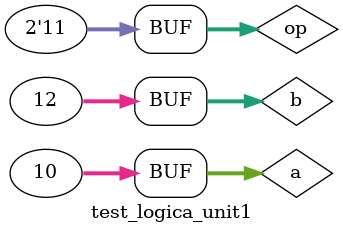
<source format=v>
`timescale 1ns / 1ps


module test_logica_unit1;

	// Inputs
	reg [31:0] a;
	reg [31:0] b;
	reg [1:0] op;

	// Outputs
	wire [31:0] out;

	// Instantiate the Unit Under Test (UUT)
	logica_unit uut (
		.a(a), 
		.b(b), 
		.op(op), 
		.out(out)
	);

	initial begin
		// Initialize Inputs
		a = 0;
		b = 0;
		op = 0;

		#100;
		
		// testing nor
		a = 4'b1010;
		b = 4'b1100;
		op = 2'b00;

		#100;
        
		// testing and
		a = 4'b1010;
		b = 4'b1100;
		op = 2'b01;

		#100;
		
		// testing or
		a = 4'b1010;
		b = 4'b1100;
		op = 2'b10;

		#100;
		
		// testing xor
		a = 4'b1010;
		b = 4'b1100;
		op = 2'b11;

		#100;
		

	end
      
endmodule


</source>
